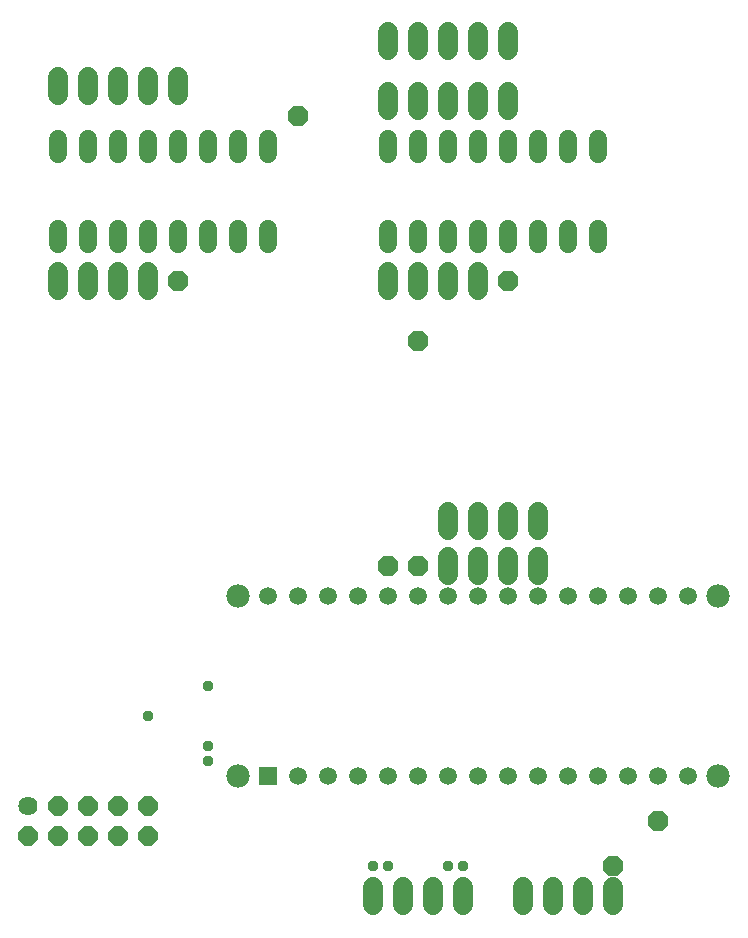
<source format=gbr>
G04 EAGLE Gerber RS-274X export*
G75*
%MOMM*%
%FSLAX34Y34*%
%LPD*%
%INSoldermask Bottom*%
%IPPOS*%
%AMOC8*
5,1,8,0,0,1.08239X$1,22.5*%
G01*
%ADD10C,1.981200*%
%ADD11R,1.511200X1.511200*%
%ADD12C,1.511200*%
%ADD13C,1.524000*%
%ADD14C,1.727200*%
%ADD15C,1.625600*%
%ADD16P,1.759533X8X22.500000*%
%ADD17P,1.869504X8X22.500000*%
%ADD18C,0.959600*%


D10*
X215900Y139700D03*
D11*
X241300Y139700D03*
D12*
X266700Y139700D03*
X292100Y139700D03*
X317500Y139700D03*
X342900Y139700D03*
X368300Y139700D03*
X393700Y139700D03*
X419100Y139700D03*
X444500Y139700D03*
X469900Y139700D03*
X495300Y139700D03*
X520700Y139700D03*
X546100Y139700D03*
X571500Y139700D03*
X596900Y139700D03*
X596900Y292100D03*
X571500Y292100D03*
X546100Y292100D03*
X520700Y292100D03*
X495300Y292100D03*
X469900Y292100D03*
X444500Y292100D03*
X419100Y292100D03*
X393700Y292100D03*
X368300Y292100D03*
X342900Y292100D03*
X317500Y292100D03*
X292100Y292100D03*
X266700Y292100D03*
X241300Y292100D03*
D10*
X215900Y292100D03*
X622300Y292100D03*
X622300Y139700D03*
D13*
X63500Y590296D02*
X63500Y603504D01*
X88900Y603504D02*
X88900Y590296D01*
X215900Y590296D02*
X215900Y603504D01*
X241300Y603504D02*
X241300Y590296D01*
X114300Y590296D02*
X114300Y603504D01*
X139700Y603504D02*
X139700Y590296D01*
X190500Y590296D02*
X190500Y603504D01*
X165100Y603504D02*
X165100Y590296D01*
X241300Y666496D02*
X241300Y679704D01*
X215900Y679704D02*
X215900Y666496D01*
X190500Y666496D02*
X190500Y679704D01*
X165100Y679704D02*
X165100Y666496D01*
X139700Y666496D02*
X139700Y679704D01*
X114300Y679704D02*
X114300Y666496D01*
X88900Y666496D02*
X88900Y679704D01*
X63500Y679704D02*
X63500Y666496D01*
X342900Y603504D02*
X342900Y590296D01*
X368300Y590296D02*
X368300Y603504D01*
X495300Y603504D02*
X495300Y590296D01*
X520700Y590296D02*
X520700Y603504D01*
X393700Y603504D02*
X393700Y590296D01*
X419100Y590296D02*
X419100Y603504D01*
X469900Y603504D02*
X469900Y590296D01*
X444500Y590296D02*
X444500Y603504D01*
X520700Y666496D02*
X520700Y679704D01*
X495300Y679704D02*
X495300Y666496D01*
X469900Y666496D02*
X469900Y679704D01*
X444500Y679704D02*
X444500Y666496D01*
X419100Y666496D02*
X419100Y679704D01*
X393700Y679704D02*
X393700Y666496D01*
X368300Y666496D02*
X368300Y679704D01*
X342900Y679704D02*
X342900Y666496D01*
D14*
X63500Y716280D02*
X63500Y731520D01*
X88900Y731520D02*
X88900Y716280D01*
X114300Y716280D02*
X114300Y731520D01*
X139700Y731520D02*
X139700Y716280D01*
X165100Y716280D02*
X165100Y731520D01*
X342900Y754380D02*
X342900Y769620D01*
X368300Y769620D02*
X368300Y754380D01*
X393700Y754380D02*
X393700Y769620D01*
X419100Y769620D02*
X419100Y754380D01*
X444500Y754380D02*
X444500Y769620D01*
X342900Y718820D02*
X342900Y703580D01*
X368300Y703580D02*
X368300Y718820D01*
X393700Y718820D02*
X393700Y703580D01*
X419100Y703580D02*
X419100Y718820D01*
X444500Y718820D02*
X444500Y703580D01*
D15*
X38100Y114300D03*
D16*
X38100Y88900D03*
X63500Y114300D03*
X63500Y88900D03*
X88900Y114300D03*
X88900Y88900D03*
X114300Y114300D03*
X114300Y88900D03*
X139700Y114300D03*
X139700Y88900D03*
D14*
X393700Y347980D02*
X393700Y363220D01*
X419100Y363220D02*
X419100Y347980D01*
X444500Y347980D02*
X444500Y363220D01*
X469900Y363220D02*
X469900Y347980D01*
X393700Y325120D02*
X393700Y309880D01*
X419100Y309880D02*
X419100Y325120D01*
X444500Y325120D02*
X444500Y309880D01*
X469900Y309880D02*
X469900Y325120D01*
X63500Y551180D02*
X63500Y566420D01*
X88900Y566420D02*
X88900Y551180D01*
X114300Y551180D02*
X114300Y566420D01*
X139700Y566420D02*
X139700Y551180D01*
X342900Y551180D02*
X342900Y566420D01*
X368300Y566420D02*
X368300Y551180D01*
X393700Y551180D02*
X393700Y566420D01*
X419100Y566420D02*
X419100Y551180D01*
D17*
X368300Y317500D03*
X342900Y317500D03*
X165100Y558800D03*
X368300Y508000D03*
X533400Y63500D03*
X571500Y101600D03*
X444500Y558800D03*
X266700Y698500D03*
D14*
X330200Y45720D02*
X330200Y30480D01*
X355600Y30480D02*
X355600Y45720D01*
X381000Y45720D02*
X381000Y30480D01*
X406400Y30480D02*
X406400Y45720D01*
X457200Y45720D02*
X457200Y30480D01*
X482600Y30480D02*
X482600Y45720D01*
X508000Y45720D02*
X508000Y30480D01*
X533400Y30480D02*
X533400Y45720D01*
D18*
X330200Y63500D03*
X190500Y215900D03*
X139700Y190500D03*
X190500Y165100D03*
X190500Y152400D03*
X342900Y63500D03*
X393700Y63500D03*
X406400Y63500D03*
M02*

</source>
